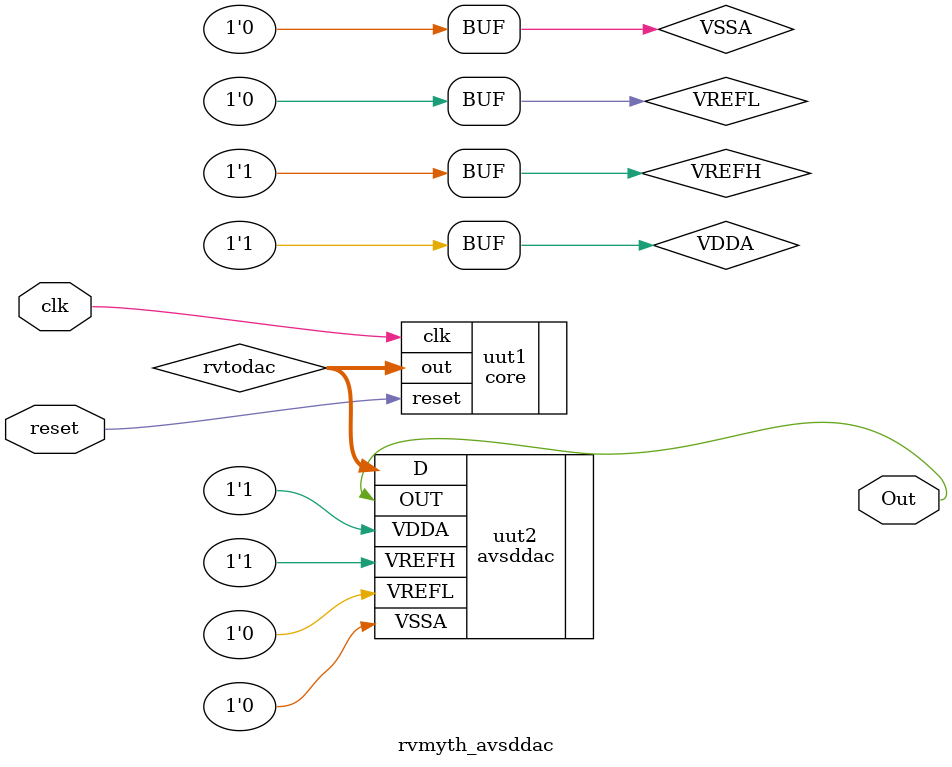
<source format=v>
`include "mythcore_test.v"
module rvmyth_avsddac ( clk, reset, Out);
input clk, reset;
output Out;
wire Out;

wire [9:0] rvtodac;
wire VDDA, VREFL, VREFH, VSSA;
//wire EN;

 

//assign VDD = 1.8;
assign VDDA = 3.3;
assign VREFH = 3.3;
assign VREFL = 0.0;
//assign VSS = 0.0;
assign VSSA = 0.0;
//assign EN=1;



core uut1 ( .clk(clk), .reset(reset), .out(rvtodac));

avsddac uut2 ( .OUT(Out), .D(rvtodac), .VDDA(VDDA), .VREFH(VREFH), .VREFL(VREFL), .VSSA(VSSA));


endmodule

</source>
